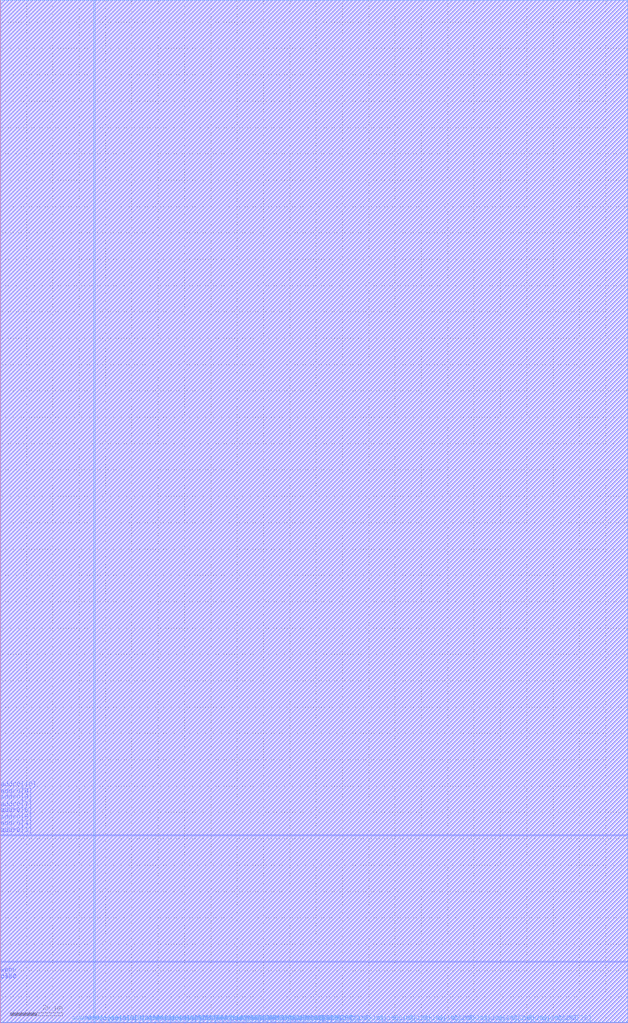
<source format=lef>
VERSION 5.4 ;
NAMESCASESENSITIVE ON ;
BUSBITCHARS "[]" ;
DIVIDERCHAR "/" ;
UNITS
  DATABASE MICRONS 2000 ;
END UNITS
MACRO sram_1rw0r0w_32_2048_freepdk45
   CLASS BLOCK ;
   SIZE 238.5625 BY 388.4275 ;
   SYMMETRY X Y R90 ;
   PIN din0[0]
      DIRECTION INPUT ;
      PORT
         LAYER metal4 ;
         RECT  35.705 0.0 35.845 0.14 ;
      END
   END din0[0]
   PIN din0[1]
      DIRECTION INPUT ;
      PORT
         LAYER metal4 ;
         RECT  38.565 0.0 38.705 0.14 ;
      END
   END din0[1]
   PIN din0[2]
      DIRECTION INPUT ;
      PORT
         LAYER metal4 ;
         RECT  41.425 0.0 41.565 0.14 ;
      END
   END din0[2]
   PIN din0[3]
      DIRECTION INPUT ;
      PORT
         LAYER metal4 ;
         RECT  44.285 0.0 44.425 0.14 ;
      END
   END din0[3]
   PIN din0[4]
      DIRECTION INPUT ;
      PORT
         LAYER metal4 ;
         RECT  47.145 0.0 47.285 0.14 ;
      END
   END din0[4]
   PIN din0[5]
      DIRECTION INPUT ;
      PORT
         LAYER metal4 ;
         RECT  50.005 0.0 50.145 0.14 ;
      END
   END din0[5]
   PIN din0[6]
      DIRECTION INPUT ;
      PORT
         LAYER metal4 ;
         RECT  52.865 0.0 53.005 0.14 ;
      END
   END din0[6]
   PIN din0[7]
      DIRECTION INPUT ;
      PORT
         LAYER metal4 ;
         RECT  55.725 0.0 55.865 0.14 ;
      END
   END din0[7]
   PIN din0[8]
      DIRECTION INPUT ;
      PORT
         LAYER metal4 ;
         RECT  58.585 0.0 58.725 0.14 ;
      END
   END din0[8]
   PIN din0[9]
      DIRECTION INPUT ;
      PORT
         LAYER metal4 ;
         RECT  61.445 0.0 61.585 0.14 ;
      END
   END din0[9]
   PIN din0[10]
      DIRECTION INPUT ;
      PORT
         LAYER metal4 ;
         RECT  64.305 0.0 64.445 0.14 ;
      END
   END din0[10]
   PIN din0[11]
      DIRECTION INPUT ;
      PORT
         LAYER metal4 ;
         RECT  67.165 0.0 67.305 0.14 ;
      END
   END din0[11]
   PIN din0[12]
      DIRECTION INPUT ;
      PORT
         LAYER metal4 ;
         RECT  70.025 0.0 70.165 0.14 ;
      END
   END din0[12]
   PIN din0[13]
      DIRECTION INPUT ;
      PORT
         LAYER metal4 ;
         RECT  72.885 0.0 73.025 0.14 ;
      END
   END din0[13]
   PIN din0[14]
      DIRECTION INPUT ;
      PORT
         LAYER metal4 ;
         RECT  75.745 0.0 75.885 0.14 ;
      END
   END din0[14]
   PIN din0[15]
      DIRECTION INPUT ;
      PORT
         LAYER metal4 ;
         RECT  78.605 0.0 78.745 0.14 ;
      END
   END din0[15]
   PIN din0[16]
      DIRECTION INPUT ;
      PORT
         LAYER metal4 ;
         RECT  81.465 0.0 81.605 0.14 ;
      END
   END din0[16]
   PIN din0[17]
      DIRECTION INPUT ;
      PORT
         LAYER metal4 ;
         RECT  84.325 0.0 84.465 0.14 ;
      END
   END din0[17]
   PIN din0[18]
      DIRECTION INPUT ;
      PORT
         LAYER metal4 ;
         RECT  87.185 0.0 87.325 0.14 ;
      END
   END din0[18]
   PIN din0[19]
      DIRECTION INPUT ;
      PORT
         LAYER metal4 ;
         RECT  90.045 0.0 90.185 0.14 ;
      END
   END din0[19]
   PIN din0[20]
      DIRECTION INPUT ;
      PORT
         LAYER metal4 ;
         RECT  92.905 0.0 93.045 0.14 ;
      END
   END din0[20]
   PIN din0[21]
      DIRECTION INPUT ;
      PORT
         LAYER metal4 ;
         RECT  95.765 0.0 95.905 0.14 ;
      END
   END din0[21]
   PIN din0[22]
      DIRECTION INPUT ;
      PORT
         LAYER metal4 ;
         RECT  98.625 0.0 98.765 0.14 ;
      END
   END din0[22]
   PIN din0[23]
      DIRECTION INPUT ;
      PORT
         LAYER metal4 ;
         RECT  101.485 0.0 101.625 0.14 ;
      END
   END din0[23]
   PIN din0[24]
      DIRECTION INPUT ;
      PORT
         LAYER metal4 ;
         RECT  104.345 0.0 104.485 0.14 ;
      END
   END din0[24]
   PIN din0[25]
      DIRECTION INPUT ;
      PORT
         LAYER metal4 ;
         RECT  107.205 0.0 107.345 0.14 ;
      END
   END din0[25]
   PIN din0[26]
      DIRECTION INPUT ;
      PORT
         LAYER metal4 ;
         RECT  110.065 0.0 110.205 0.14 ;
      END
   END din0[26]
   PIN din0[27]
      DIRECTION INPUT ;
      PORT
         LAYER metal4 ;
         RECT  112.925 0.0 113.065 0.14 ;
      END
   END din0[27]
   PIN din0[28]
      DIRECTION INPUT ;
      PORT
         LAYER metal4 ;
         RECT  115.785 0.0 115.925 0.14 ;
      END
   END din0[28]
   PIN din0[29]
      DIRECTION INPUT ;
      PORT
         LAYER metal4 ;
         RECT  118.645 0.0 118.785 0.14 ;
      END
   END din0[29]
   PIN din0[30]
      DIRECTION INPUT ;
      PORT
         LAYER metal4 ;
         RECT  121.505 0.0 121.645 0.14 ;
      END
   END din0[30]
   PIN din0[31]
      DIRECTION INPUT ;
      PORT
         LAYER metal4 ;
         RECT  124.365 0.0 124.505 0.14 ;
      END
   END din0[31]
   PIN addr0[0]
      DIRECTION INPUT ;
      PORT
         LAYER metal4 ;
         RECT  27.125 0.0 27.265 0.14 ;
      END
   END addr0[0]
   PIN addr0[1]
      DIRECTION INPUT ;
      PORT
         LAYER metal4 ;
         RECT  29.985 0.0 30.125 0.14 ;
      END
   END addr0[1]
   PIN addr0[2]
      DIRECTION INPUT ;
      PORT
         LAYER metal4 ;
         RECT  32.845 0.0 32.985 0.14 ;
      END
   END addr0[2]
   PIN addr0[3]
      DIRECTION INPUT ;
      PORT
         LAYER metal3 ;
         RECT  0.0 71.29 0.14 71.43 ;
      END
   END addr0[3]
   PIN addr0[4]
      DIRECTION INPUT ;
      PORT
         LAYER metal3 ;
         RECT  0.0 74.02 0.14 74.16 ;
      END
   END addr0[4]
   PIN addr0[5]
      DIRECTION INPUT ;
      PORT
         LAYER metal3 ;
         RECT  0.0 76.23 0.14 76.37 ;
      END
   END addr0[5]
   PIN addr0[6]
      DIRECTION INPUT ;
      PORT
         LAYER metal3 ;
         RECT  0.0 78.96 0.14 79.1 ;
      END
   END addr0[6]
   PIN addr0[7]
      DIRECTION INPUT ;
      PORT
         LAYER metal3 ;
         RECT  0.0 81.17 0.14 81.31 ;
      END
   END addr0[7]
   PIN addr0[8]
      DIRECTION INPUT ;
      PORT
         LAYER metal3 ;
         RECT  0.0 83.9 0.14 84.04 ;
      END
   END addr0[8]
   PIN addr0[9]
      DIRECTION INPUT ;
      PORT
         LAYER metal3 ;
         RECT  0.0 86.11 0.14 86.25 ;
      END
   END addr0[9]
   PIN addr0[10]
      DIRECTION INPUT ;
      PORT
         LAYER metal3 ;
         RECT  0.0 88.84 0.14 88.98 ;
      END
   END addr0[10]
   PIN csb0
      DIRECTION INPUT ;
      PORT
         LAYER metal3 ;
         RECT  0.0 15.65 0.14 15.79 ;
      END
   END csb0
   PIN web0
      DIRECTION INPUT ;
      PORT
         LAYER metal3 ;
         RECT  0.0 18.38 0.14 18.52 ;
      END
   END web0
   PIN clk0
      DIRECTION INPUT ;
      PORT
         LAYER metal3 ;
         RECT  0.0 15.885 0.14 16.025 ;
      END
   END clk0
   PIN dout0[0]
      DIRECTION OUTPUT ;
      PORT
         LAYER metal4 ;
         RECT  53.15 0.0 53.29 0.14 ;
      END
   END dout0[0]
   PIN dout0[1]
      DIRECTION OUTPUT ;
      PORT
         LAYER metal4 ;
         RECT  58.87 0.0 59.01 0.14 ;
      END
   END dout0[1]
   PIN dout0[2]
      DIRECTION OUTPUT ;
      PORT
         LAYER metal4 ;
         RECT  64.59 0.0 64.73 0.14 ;
      END
   END dout0[2]
   PIN dout0[3]
      DIRECTION OUTPUT ;
      PORT
         LAYER metal4 ;
         RECT  70.31 0.0 70.45 0.14 ;
      END
   END dout0[3]
   PIN dout0[4]
      DIRECTION OUTPUT ;
      PORT
         LAYER metal4 ;
         RECT  76.03 0.0 76.17 0.14 ;
      END
   END dout0[4]
   PIN dout0[5]
      DIRECTION OUTPUT ;
      PORT
         LAYER metal4 ;
         RECT  81.8975 0.0 82.0375 0.14 ;
      END
   END dout0[5]
   PIN dout0[6]
      DIRECTION OUTPUT ;
      PORT
         LAYER metal4 ;
         RECT  86.4275 0.0 86.5675 0.14 ;
      END
   END dout0[6]
   PIN dout0[7]
      DIRECTION OUTPUT ;
      PORT
         LAYER metal4 ;
         RECT  92.1475 0.0 92.2875 0.14 ;
      END
   END dout0[7]
   PIN dout0[8]
      DIRECTION OUTPUT ;
      PORT
         LAYER metal4 ;
         RECT  97.8675 0.0 98.0075 0.14 ;
      END
   END dout0[8]
   PIN dout0[9]
      DIRECTION OUTPUT ;
      PORT
         LAYER metal4 ;
         RECT  103.5875 0.0 103.7275 0.14 ;
      END
   END dout0[9]
   PIN dout0[10]
      DIRECTION OUTPUT ;
      PORT
         LAYER metal4 ;
         RECT  109.29 0.0 109.43 0.14 ;
      END
   END dout0[10]
   PIN dout0[11]
      DIRECTION OUTPUT ;
      PORT
         LAYER metal4 ;
         RECT  115.0275 0.0 115.1675 0.14 ;
      END
   END dout0[11]
   PIN dout0[12]
      DIRECTION OUTPUT ;
      PORT
         LAYER metal4 ;
         RECT  120.7475 0.0 120.8875 0.14 ;
      END
   END dout0[12]
   PIN dout0[13]
      DIRECTION OUTPUT ;
      PORT
         LAYER metal4 ;
         RECT  126.445 0.0 126.585 0.14 ;
      END
   END dout0[13]
   PIN dout0[14]
      DIRECTION OUTPUT ;
      PORT
         LAYER metal4 ;
         RECT  132.085 0.0 132.225 0.14 ;
      END
   END dout0[14]
   PIN dout0[15]
      DIRECTION OUTPUT ;
      PORT
         LAYER metal4 ;
         RECT  137.725 0.0 137.865 0.14 ;
      END
   END dout0[15]
   PIN dout0[16]
      DIRECTION OUTPUT ;
      PORT
         LAYER metal4 ;
         RECT  143.365 0.0 143.505 0.14 ;
      END
   END dout0[16]
   PIN dout0[17]
      DIRECTION OUTPUT ;
      PORT
         LAYER metal4 ;
         RECT  149.005 0.0 149.145 0.14 ;
      END
   END dout0[17]
   PIN dout0[18]
      DIRECTION OUTPUT ;
      PORT
         LAYER metal4 ;
         RECT  154.645 0.0 154.785 0.14 ;
      END
   END dout0[18]
   PIN dout0[19]
      DIRECTION OUTPUT ;
      PORT
         LAYER metal4 ;
         RECT  160.285 0.0 160.425 0.14 ;
      END
   END dout0[19]
   PIN dout0[20]
      DIRECTION OUTPUT ;
      PORT
         LAYER metal4 ;
         RECT  165.925 0.0 166.065 0.14 ;
      END
   END dout0[20]
   PIN dout0[21]
      DIRECTION OUTPUT ;
      PORT
         LAYER metal4 ;
         RECT  171.565 0.0 171.705 0.14 ;
      END
   END dout0[21]
   PIN dout0[22]
      DIRECTION OUTPUT ;
      PORT
         LAYER metal4 ;
         RECT  177.205 0.0 177.345 0.14 ;
      END
   END dout0[22]
   PIN dout0[23]
      DIRECTION OUTPUT ;
      PORT
         LAYER metal4 ;
         RECT  182.845 0.0 182.985 0.14 ;
      END
   END dout0[23]
   PIN dout0[24]
      DIRECTION OUTPUT ;
      PORT
         LAYER metal4 ;
         RECT  188.485 0.0 188.625 0.14 ;
      END
   END dout0[24]
   PIN dout0[25]
      DIRECTION OUTPUT ;
      PORT
         LAYER metal4 ;
         RECT  194.125 0.0 194.265 0.14 ;
      END
   END dout0[25]
   PIN dout0[26]
      DIRECTION OUTPUT ;
      PORT
         LAYER metal4 ;
         RECT  199.765 0.0 199.905 0.14 ;
      END
   END dout0[26]
   PIN dout0[27]
      DIRECTION OUTPUT ;
      PORT
         LAYER metal4 ;
         RECT  205.405 0.0 205.545 0.14 ;
      END
   END dout0[27]
   PIN dout0[28]
      DIRECTION OUTPUT ;
      PORT
         LAYER metal4 ;
         RECT  211.045 0.0 211.185 0.14 ;
      END
   END dout0[28]
   PIN dout0[29]
      DIRECTION OUTPUT ;
      PORT
         LAYER metal3 ;
         RECT  238.4225 23.2925 238.5625 23.4325 ;
      END
   END dout0[29]
   PIN dout0[30]
      DIRECTION OUTPUT ;
      PORT
         LAYER metal3 ;
         RECT  238.4225 22.8225 238.5625 22.9625 ;
      END
   END dout0[30]
   PIN dout0[31]
      DIRECTION OUTPUT ;
      PORT
         LAYER metal3 ;
         RECT  238.4225 23.0575 238.5625 23.1975 ;
      END
   END dout0[31]
   PIN vdd
      DIRECTION INOUT ;
      USE POWER ; 
      SHAPE ABUTMENT ; 
      PORT
      END
   END vdd
   PIN gnd
      DIRECTION INOUT ;
      USE GROUND ; 
      SHAPE ABUTMENT ; 
      PORT
      END
   END gnd
   OBS
   LAYER  metal1 ;
      RECT  0.14 0.14 238.4225 388.2875 ;
   LAYER  metal2 ;
      RECT  0.14 0.14 238.4225 388.2875 ;
   LAYER  metal3 ;
      RECT  0.28 71.15 238.4225 71.57 ;
      RECT  0.28 71.57 238.4225 388.2875 ;
      RECT  0.14 71.57 0.28 73.88 ;
      RECT  0.14 74.3 0.28 76.09 ;
      RECT  0.14 76.51 0.28 78.82 ;
      RECT  0.14 79.24 0.28 81.03 ;
      RECT  0.14 81.45 0.28 83.76 ;
      RECT  0.14 84.18 0.28 85.97 ;
      RECT  0.14 86.39 0.28 88.7 ;
      RECT  0.14 89.12 0.28 388.2875 ;
      RECT  0.14 0.14 0.28 15.51 ;
      RECT  0.14 18.66 0.28 71.15 ;
      RECT  0.14 16.165 0.28 18.24 ;
      RECT  0.28 0.14 238.2825 23.1525 ;
      RECT  0.28 23.1525 238.2825 23.5725 ;
      RECT  0.28 23.5725 238.2825 71.15 ;
      RECT  238.2825 23.5725 238.4225 71.15 ;
      RECT  238.2825 0.14 238.4225 22.6825 ;
   LAYER  metal4 ;
      RECT  0.14 0.42 35.425 388.2875 ;
      RECT  35.425 0.42 36.125 388.2875 ;
      RECT  36.125 0.42 238.4225 388.2875 ;
      RECT  36.125 0.14 38.285 0.42 ;
      RECT  38.985 0.14 41.145 0.42 ;
      RECT  41.845 0.14 44.005 0.42 ;
      RECT  44.705 0.14 46.865 0.42 ;
      RECT  47.565 0.14 49.725 0.42 ;
      RECT  50.425 0.14 52.585 0.42 ;
      RECT  56.145 0.14 58.305 0.42 ;
      RECT  61.865 0.14 64.025 0.42 ;
      RECT  67.585 0.14 69.745 0.42 ;
      RECT  73.305 0.14 75.465 0.42 ;
      RECT  79.025 0.14 81.185 0.42 ;
      RECT  87.605 0.14 89.765 0.42 ;
      RECT  93.325 0.14 95.485 0.42 ;
      RECT  99.045 0.14 101.205 0.42 ;
      RECT  104.765 0.14 106.925 0.42 ;
      RECT  110.485 0.14 112.645 0.42 ;
      RECT  116.205 0.14 118.365 0.42 ;
      RECT  121.925 0.14 124.085 0.42 ;
      RECT  0.14 0.14 26.845 0.42 ;
      RECT  27.545 0.14 29.705 0.42 ;
      RECT  30.405 0.14 32.565 0.42 ;
      RECT  33.265 0.14 35.425 0.42 ;
      RECT  53.57 0.14 55.445 0.42 ;
      RECT  59.29 0.14 61.165 0.42 ;
      RECT  65.01 0.14 66.885 0.42 ;
      RECT  70.73 0.14 72.605 0.42 ;
      RECT  76.45 0.14 78.325 0.42 ;
      RECT  82.3175 0.14 84.045 0.42 ;
      RECT  84.745 0.14 86.1475 0.42 ;
      RECT  86.8475 0.14 86.905 0.42 ;
      RECT  90.465 0.14 91.8675 0.42 ;
      RECT  92.5675 0.14 92.625 0.42 ;
      RECT  96.185 0.14 97.5875 0.42 ;
      RECT  98.2875 0.14 98.345 0.42 ;
      RECT  101.905 0.14 103.3075 0.42 ;
      RECT  104.0075 0.14 104.065 0.42 ;
      RECT  107.625 0.14 109.01 0.42 ;
      RECT  109.71 0.14 109.785 0.42 ;
      RECT  113.345 0.14 114.7475 0.42 ;
      RECT  115.4475 0.14 115.505 0.42 ;
      RECT  119.065 0.14 120.4675 0.42 ;
      RECT  121.1675 0.14 121.225 0.42 ;
      RECT  124.785 0.14 126.165 0.42 ;
      RECT  126.865 0.14 131.805 0.42 ;
      RECT  132.505 0.14 137.445 0.42 ;
      RECT  138.145 0.14 143.085 0.42 ;
      RECT  143.785 0.14 148.725 0.42 ;
      RECT  149.425 0.14 154.365 0.42 ;
      RECT  155.065 0.14 160.005 0.42 ;
      RECT  160.705 0.14 165.645 0.42 ;
      RECT  166.345 0.14 171.285 0.42 ;
      RECT  171.985 0.14 176.925 0.42 ;
      RECT  177.625 0.14 182.565 0.42 ;
      RECT  183.265 0.14 188.205 0.42 ;
      RECT  188.905 0.14 193.845 0.42 ;
      RECT  194.545 0.14 199.485 0.42 ;
      RECT  200.185 0.14 205.125 0.42 ;
      RECT  205.825 0.14 210.765 0.42 ;
      RECT  211.465 0.14 238.4225 0.42 ;
   END
END    sram_1rw0r0w_32_2048_freepdk45
END    LIBRARY

</source>
